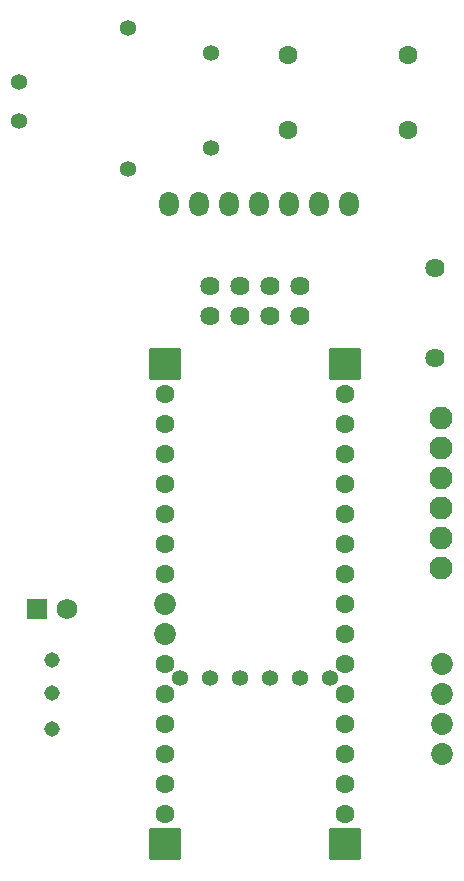
<source format=gts>
G04 Layer: TopSolderMaskLayer*
G04 EasyEDA v6.5.40, 2024-05-09 08:25:39*
G04 18a0beea18964d5d8ca67f77cddb8664,df7e7e3c38a3447abd37b529b333d242,10*
G04 Gerber Generator version 0.2*
G04 Scale: 100 percent, Rotated: No, Reflected: No *
G04 Dimensions in millimeters *
G04 leading zeros omitted , absolute positions ,4 integer and 5 decimal *
%FSLAX45Y45*%
%MOMM*%

%AMMACRO1*1,1,$1,$2,$3*1,1,$1,$4,$5*1,1,$1,0-$2,0-$3*1,1,$1,0-$4,0-$5*20,1,$1,$2,$3,$4,$5,0*20,1,$1,$4,$5,0-$2,0-$3,0*20,1,$1,0-$2,0-$3,0-$4,0-$5,0*20,1,$1,0-$4,0-$5,$2,$3,0*4,1,4,$2,$3,$4,$5,0-$2,0-$3,0-$4,0-$5,$2,$3,0*%
%ADD10C,1.3616*%
%ADD11C,1.6256*%
%ADD12O,1.641602X2.1015960000000002*%
%ADD13C,1.6016*%
%ADD14C,1.8516*%
%ADD15MACRO1,0.1016X-1.27X1.27X1.27X1.27*%
%ADD16C,1.9532*%
%ADD17C,1.3132*%
%ADD18MACRO1,0.1016X-0.8255X0.8255X0.8255X0.8255*%
%ADD19C,1.7526*%
%ADD20C,1.8516*%

%LPD*%
D10*
G01*
X2273300Y5670600D03*
G01*
X2273300Y6470599D03*
G01*
X1567687Y6680200D03*
G01*
X1567687Y5486400D03*
G01*
X647700Y6223000D03*
G01*
X647700Y5892800D03*
D11*
G01*
X3022600Y4241800D03*
G01*
X2768600Y4241800D03*
G01*
X2514600Y4241800D03*
G01*
X2260600Y4241800D03*
G01*
X2260600Y4495800D03*
G01*
X2514600Y4495800D03*
G01*
X2768600Y4495800D03*
G01*
X3022600Y4495800D03*
D12*
G01*
X3441700Y5194300D03*
G01*
X3187700Y5194300D03*
G01*
X2679700Y5194300D03*
G01*
X2425700Y5194300D03*
G01*
X2933700Y5194300D03*
G01*
X2171700Y5194300D03*
G01*
X1917700Y5194300D03*
D13*
G01*
X1879600Y3581400D03*
G01*
X1879600Y3327400D03*
G01*
X1879600Y3073400D03*
G01*
X1879600Y2819400D03*
G01*
X1879600Y2565400D03*
G01*
X1879600Y2311400D03*
G01*
X1879600Y2057400D03*
D14*
G01*
X1879600Y1803400D03*
G01*
X1879600Y1549400D03*
D13*
G01*
X1879600Y1295400D03*
G01*
X1879600Y1041400D03*
G01*
X1879600Y787400D03*
G01*
X1879600Y533400D03*
G01*
X1879600Y279400D03*
G01*
X1879600Y25400D03*
G01*
X3403600Y25400D03*
G01*
X3403600Y279400D03*
G01*
X3403600Y533400D03*
G01*
X3403600Y787400D03*
G01*
X3403600Y1041400D03*
G01*
X3403600Y1295400D03*
G01*
X3403600Y1549400D03*
G01*
X3403600Y1803400D03*
G01*
X3403600Y2057400D03*
G01*
X3403600Y2311400D03*
G01*
X3403600Y2565400D03*
G01*
X3403600Y2819400D03*
G01*
X3403600Y3073400D03*
G01*
X3403600Y3327400D03*
G01*
X3403600Y3581400D03*
D15*
G01*
X3403600Y3835400D03*
G01*
X1879600Y3835400D03*
G01*
X1879600Y-228600D03*
G01*
X3403600Y-228600D03*
D16*
G01*
X4216400Y2108200D03*
G01*
X4216400Y2362200D03*
G01*
X4216400Y2616200D03*
G01*
X4216400Y2870200D03*
G01*
X4216400Y3124200D03*
G01*
X4216400Y3378200D03*
D17*
G01*
X927100Y1333500D03*
G01*
X927100Y1054100D03*
G01*
X927100Y749300D03*
D18*
G01*
X800100Y1765300D03*
D19*
G01*
X1054100Y1765300D03*
D20*
G01*
X4229100Y1295400D03*
G01*
X4229100Y1041400D03*
G01*
X4229100Y787400D03*
G01*
X4229100Y533400D03*
D10*
G01*
X2006600Y1181988D03*
G01*
X2260600Y1181988D03*
G01*
X2514600Y1181988D03*
G01*
X2768600Y1181988D03*
G01*
X3022600Y1181988D03*
G01*
X3276600Y1181988D03*
D13*
G01*
X2921000Y6451600D03*
G01*
X3937000Y6451600D03*
G01*
X3937000Y5816600D03*
G01*
X2921000Y5816600D03*
D11*
G01*
X4165600Y3886200D03*
G01*
X4165600Y4648200D03*
M02*

</source>
